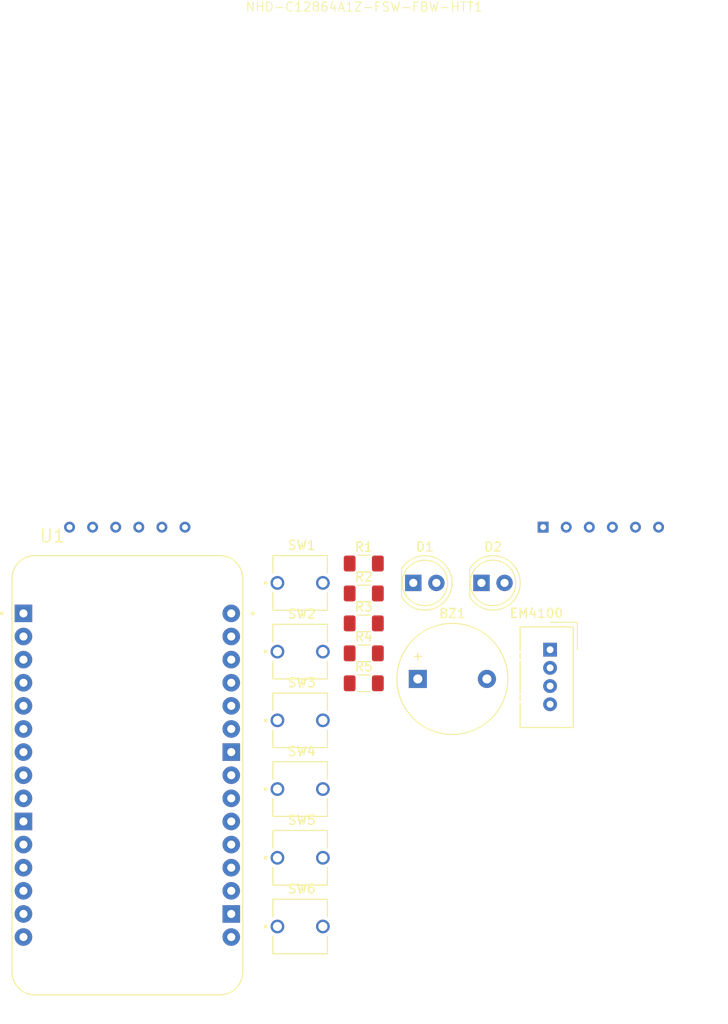
<source format=kicad_pcb>
(kicad_pcb (version 20240108) (generator "pcbnew") (generator_version "8.0")
  (layers (0 "F.Cu" signal) (31 "B.Cu" signal) (34 "B.Paste" user) (35 "F.Paste" user) (36 "B.SilkS" user "B.Silkscreen") (37 "F.SilkS" user "F.Silkscreen") (38 "B.Mask" user) (39 "F.Mask" user) (44 "Edge.Cuts" user))
  (net 0 "")
  (net 1 "GND")
  (net 2 "Net-(BZ1-+)")
  (net 3 "Net-(D1-A)")
  (net 4 "Net-(D2-A)")
  (net 5 "Net-(EM4100-RX)")
  (net 6 "VCC")
  (net 7 "Net-(EM4100-TX)")
  (net 8 "/Analog buttons")
  (net 9 "Net-(R2-Pad2)")
  (net 10 "Net-(R3-Pad2)")
  (net 11 "Net-(R4-Pad2)")
  (net 12 "Net-(R5-Pad2)")
  (net 13 "Net-(U1-RX(DPIO3))")
  (net 14 "Net-(U1-TX(GPIO1))")
  (net 15 "Net-(SW3-Pad1)")
  (net 16 "Net-(NHD-C12864A1Z-FSW-FBW-HTT1-A0)")
  (net 18 "Net-(NHD-C12864A1Z-FSW-FBW-HTT1-LED+)")
  (net 19 "Net-(NHD-C12864A1Z-FSW-FBW-HTT1-SCL)")
  (net 20 "Net-(NHD-C12864A1Z-FSW-FBW-HTT1-~{CS})")
  (net 22 "Net-(NHD-C12864A1Z-FSW-FBW-HTT1-~{RESET})")
  (net 24 "Net-(NHD-C12864A1Z-FSW-FBW-HTT1-SI)")
  (footprint "Custom:SW_BUTT-2" (layer "F.Cu") (at 131.505 94.165)
    (property "Reference" "SW1" (at 0.175 -4.135 0) (layer "F.SilkS"))
    (property "Value" "SW_Push")
    (fp_line (start -3 -3) (end 3 -3) (stroke (width 0.127)) (layer "F.SilkS"))
    (fp_line (start -3 -1.075) (end -3 -3) (stroke (width 0.127)) (layer "F.SilkS"))
    (fp_line (start -3 3) (end -3 1.075) (stroke (width 0.127)) (layer "F.SilkS"))
    (fp_line (start 3 -3) (end 3 -1.075) (stroke (width 0.127)) (layer "F.SilkS"))
    (fp_line (start 3 1.075) (end 3 3) (stroke (width 0.127)) (layer "F.SilkS"))
    (fp_line (start 3 3) (end -3 3) (stroke (width 0.127)) (layer "F.SilkS"))
    (fp_circle (center -3.8 0) (end -3.7 0) (stroke (width 0.2)) (fill none) (layer "F.SilkS"))
    (pad "1" thru_hole circle (at -2.5 0) (size 1.508 1.508) (drill 1) (layers "*.Cu" "*.Mask") (net 13 "Net-(U1-RX(DPIO3))"))
    (pad "2" thru_hole circle (at 2.5 0) (size 1.508 1.508) (drill 1) (layers "*.Cu" "*.Mask") (net 1 "GND"))
  )
  (footprint "Custom:NodeMCU" (layer "F.Cu") (at 112.495 115.295)
    (property "Reference" "U1" (at -8.255 -26.289 0) (layer "F.SilkS") (effects (font (size 1.4 1.4))))
    (property "Value" "NodeMCU_1.0_(ESP-12E)")
    (fp_line (start -12.7 21.59) (end -12.7 -21.59) (stroke (width 0.127)) (layer "F.SilkS"))
    (fp_line (start -10.16 -24.13) (end 10.16 -24.13) (stroke (width 0.127)) (layer "F.SilkS"))
    (fp_line (start 10.16 24.13) (end -10.16 24.13) (stroke (width 0.127)) (layer "F.SilkS"))
    (fp_line (start 12.7 -21.59) (end 12.7 21.59) (stroke (width 0.127)) (layer "F.SilkS"))
    (fp_arc (start -12.7 -21.59) (mid -11.956051 -23.386051) (end -10.16 -24.13) (stroke (width 0.127)) (layer "F.SilkS"))
    (fp_arc (start -10.16 24.13) (mid -11.956051 23.386051) (end -12.7 21.59) (stroke (width 0.127)) (layer "F.SilkS"))
    (fp_arc (start 10.16 -24.13) (mid 11.956051 -23.386051) (end 12.7 -21.59) (stroke (width 0.127)) (layer "F.SilkS"))
    (fp_arc (start 12.7 21.59) (mid 11.956051 23.386051) (end 10.16 24.13) (stroke (width 0.127)) (layer "F.SilkS"))
    (fp_circle (center -13.81 -17.78) (end -13.71 -17.78) (stroke (width 0.2)) (fill none) (layer "F.SilkS"))
    (fp_circle (center 13.81 -17.78) (end 13.91 -17.78) (stroke (width 0.2)) (fill none) (layer "F.SilkS"))
    (pad "" np_thru_hole circle (at -10.16 -21.59) (size 3.2 3.2) (drill 3.2) (layers "*.Cu" "*.Mask"))
    (pad "" np_thru_hole circle (at -10.16 21.59) (size 3.2 3.2) (drill 3.2) (layers "*.Cu" "*.Mask"))
    (pad "" np_thru_hole circle (at 10.16 -21.59) (size 3.2 3.2) (drill 3.2) (layers "*.Cu" "*.Mask"))
    (pad "" np_thru_hole circle (at 10.16 21.59) (size 3.2 3.2) (drill 3.2) (layers "*.Cu" "*.Mask"))
    (pad "1" thru_hole rect (at -11.43 -17.78) (size 1.93 1.93) (drill 0.889) (layers "*.Cu" "*.Mask") (net 8 "/Analog buttons"))
    (pad "2" thru_hole circle (at -11.43 -15.24) (size 1.93 1.93) (drill 0.889) (layers "*.Cu" "*.Mask"))
    (pad "3" thru_hole circle (at -11.43 -12.7) (size 1.93 1.93) (drill 0.889) (layers "*.Cu" "*.Mask"))
    (pad "4" thru_hole circle (at -11.43 -10.16) (size 1.93 1.93) (drill 0.889) (layers "*.Cu" "*.Mask") (net 7 "Net-(EM4100-TX)"))
    (pad "5" thru_hole circle (at -11.43 -7.62) (size 1.93 1.93) (drill 0.889) (layers "*.Cu" "*.Mask") (net 5 "Net-(EM4100-RX)"))
    (pad "6" thru_hole circle (at -11.43 -5.08) (size 1.93 1.93) (drill 0.889) (layers "*.Cu" "*.Mask"))
    (pad "7" thru_hole circle (at -11.43 -2.54) (size 1.93 1.93) (drill 0.889) (layers "*.Cu" "*.Mask"))
    (pad "8" thru_hole circle (at -11.43 0) (size 1.93 1.93) (drill 0.889) (layers "*.Cu" "*.Mask"))
    (pad "9" thru_hole circle (at -11.43 2.54) (size 1.93 1.93) (drill 0.889) (layers "*.Cu" "*.Mask"))
    (pad "10" thru_hole rect (at -11.43 5.08) (size 1.93 1.93) (drill 0.889) (layers "*.Cu" "*.Mask"))
    (pad "11" thru_hole circle (at -11.43 7.62) (size 1.93 1.93) (drill 0.889) (layers "*.Cu" "*.Mask") (net 15 "Net-(SW3-Pad1)"))
    (pad "12" thru_hole circle (at -11.43 10.16) (size 1.93 1.93) (drill 0.889) (layers "*.Cu" "*.Mask"))
    (pad "13" thru_hole circle (at -11.43 12.7) (size 1.93 1.93) (drill 0.889) (layers "*.Cu" "*.Mask"))
    (pad "14" thru_hole circle (at -11.43 15.24) (size 1.93 1.93) (drill 0.889) (layers "*.Cu" "*.Mask") (net 1 "GND"))
    (pad "15" thru_hole circle (at -11.43 17.78) (size 1.93 1.93) (drill 0.889) (layers "*.Cu" "*.Mask") (net 6 "VCC"))
    (pad "16" thru_hole circle (at 11.43 17.78) (size 1.93 1.93) (drill 0.889) (layers "*.Cu" "*.Mask"))
    (pad "17" thru_hole rect (at 11.43 15.24) (size 1.93 1.93) (drill 0.889) (layers "*.Cu" "*.Mask") (net 1 "GND"))
    (pad "18" thru_hole circle (at 11.43 12.7) (size 1.93 1.93) (drill 0.889) (layers "*.Cu" "*.Mask") (net 14 "Net-(U1-TX(GPIO1))"))
    (pad "19" thru_hole circle (at 11.43 10.16) (size 1.93 1.93) (drill 0.889) (layers "*.Cu" "*.Mask") (net 13 "Net-(U1-RX(DPIO3))"))
    (pad "20" thru_hole circle (at 11.43 7.62) (size 1.93 1.93) (drill 0.889) (layers "*.Cu" "*.Mask") (net 20 "Net-(NHD-C12864A1Z-FSW-FBW-HTT1-~{CS})"))
    (pad "21" thru_hole circle (at 11.43 5.08) (size 1.93 1.93) (drill 0.889) (layers "*.Cu" "*.Mask") (net 24 "Net-(NHD-C12864A1Z-FSW-FBW-HTT1-SI)"))
    (pad "22" thru_hole circle (at 11.43 2.54) (size 1.93 1.93) (drill 0.889) (layers "*.Cu" "*.Mask") (net 2 "Net-(BZ1-+)"))
    (pad "23" thru_hole circle (at 11.43 0) (size 1.93 1.93) (drill 0.889) (layers "*.Cu" "*.Mask") (net 19 "Net-(NHD-C12864A1Z-FSW-FBW-HTT1-SCL)"))
    (pad "24" thru_hole rect (at 11.43 -2.54) (size 1.93 1.93) (drill 0.889) (layers "*.Cu" "*.Mask") (net 1 "GND"))
    (pad "25" thru_hole circle (at 11.43 -5.08) (size 1.93 1.93) (drill 0.889) (layers "*.Cu" "*.Mask") (net 18 "Net-(NHD-C12864A1Z-FSW-FBW-HTT1-LED+)"))
    (pad "26" thru_hole circle (at 11.43 -7.62) (size 1.93 1.93) (drill 0.889) (layers "*.Cu" "*.Mask") (net 4 "Net-(D2-A)"))
    (pad "27" thru_hole circle (at 11.43 -10.16) (size 1.93 1.93) (drill 0.889) (layers "*.Cu" "*.Mask") (net 3 "Net-(D1-A)"))
    (pad "28" thru_hole circle (at 11.43 -12.7) (size 1.93 1.93) (drill 0.889) (layers "*.Cu" "*.Mask") (net 22 "Net-(NHD-C12864A1Z-FSW-FBW-HTT1-~{RESET})"))
    (pad "29" thru_hole circle (at 11.43 -15.24) (size 1.93 1.93) (drill 0.889) (layers "*.Cu" "*.Mask") (net 16 "Net-(NHD-C12864A1Z-FSW-FBW-HTT1-A0)"))
    (pad "30" thru_hole circle (at 11.43 -17.78) (size 1.93 1.93) (drill 0.889) (layers "*.Cu" "*.Mask"))
  )
  (footprint "Resistor_SMD:R_1206_3216Metric_Pad1.30x1.75mm_HandSolder" (layer "F.Cu") (at 138.5 98.615)
    (property "Reference" "R3" (at 0 -1.82 0) (layer "F.SilkS"))
    (property "Value" "10k")
    (fp_line (start -0.727064 -0.91) (end 0.727064 -0.91) (stroke (width 0.12)) (layer "F.SilkS"))
    (fp_line (start -0.727064 0.91) (end 0.727064 0.91) (stroke (width 0.12)) (layer "F.SilkS"))
    (pad "1" smd roundrect (at -1.55 0) (size 1.3 1.75) (layers "F.Cu" "F.Paste" "F.Mask") (roundrect_rratio 0.192308) (net 8 "/Analog buttons"))
    (pad "2" smd roundrect (at 1.55 0) (size 1.3 1.75) (layers "F.Cu" "F.Paste" "F.Mask") (roundrect_rratio 0.192308) (net 10 "Net-(R3-Pad2)"))
  )
  (footprint "Resistor_SMD:R_1206_3216Metric_Pad1.30x1.75mm_HandSolder" (layer "F.Cu") (at 138.5 95.325)
    (property "Reference" "R2" (at 0 -1.82 0) (layer "F.SilkS"))
    (property "Value" "2,2k")
    (fp_line (start -0.727064 -0.91) (end 0.727064 -0.91) (stroke (width 0.12)) (layer "F.SilkS"))
    (fp_line (start -0.727064 0.91) (end 0.727064 0.91) (stroke (width 0.12)) (layer "F.SilkS"))
    (pad "1" smd roundrect (at -1.55 0) (size 1.3 1.75) (layers "F.Cu" "F.Paste" "F.Mask") (roundrect_rratio 0.192308) (net 8 "/Analog buttons"))
    (pad "2" smd roundrect (at 1.55 0) (size 1.3 1.75) (layers "F.Cu" "F.Paste" "F.Mask") (roundrect_rratio 0.192308) (net 9 "Net-(R2-Pad2)"))
  )
  (footprint "Custom:SW_BUTT-2" (layer "F.Cu") (at 131.505 124.365)
    (property "Reference" "SW5" (at 0.175 -4.135 0) (layer "F.SilkS"))
    (property "Value" "SW_Push")
    (fp_line (start -3 -3) (end 3 -3) (stroke (width 0.127)) (layer "F.SilkS"))
    (fp_line (start -3 -1.075) (end -3 -3) (stroke (width 0.127)) (layer "F.SilkS"))
    (fp_line (start -3 3) (end -3 1.075) (stroke (width 0.127)) (layer "F.SilkS"))
    (fp_line (start 3 -3) (end 3 -1.075) (stroke (width 0.127)) (layer "F.SilkS"))
    (fp_line (start 3 1.075) (end 3 3) (stroke (width 0.127)) (layer "F.SilkS"))
    (fp_line (start 3 3) (end -3 3) (stroke (width 0.127)) (layer "F.SilkS"))
    (fp_circle (center -3.8 0) (end -3.7 0) (stroke (width 0.2)) (fill none) (layer "F.SilkS"))
    (pad "1" thru_hole circle (at -2.5 0) (size 1.508 1.508) (drill 1) (layers "*.Cu" "*.Mask") (net 15 "Net-(SW3-Pad1)"))
    (pad "2" thru_hole circle (at 2.5 0) (size 1.508 1.508) (drill 1) (layers "*.Cu" "*.Mask") (net 11 "Net-(R4-Pad2)"))
  )
  (footprint "Custom:SW_BUTT-2" (layer "F.Cu") (at 131.505 101.715)
    (property "Reference" "SW2" (at 0.175 -4.135 0) (layer "F.SilkS"))
    (property "Value" "SW_Push")
    (fp_line (start -3 -3) (end 3 -3) (stroke (width 0.127)) (layer "F.SilkS"))
    (fp_line (start -3 -1.075) (end -3 -3) (stroke (width 0.127)) (layer "F.SilkS"))
    (fp_line (start -3 3) (end -3 1.075) (stroke (width 0.127)) (layer "F.SilkS"))
    (fp_line (start 3 -3) (end 3 -1.075) (stroke (width 0.127)) (layer "F.SilkS"))
    (fp_line (start 3 1.075) (end 3 3) (stroke (width 0.127)) (layer "F.SilkS"))
    (fp_line (start 3 3) (end -3 3) (stroke (width 0.127)) (layer "F.SilkS"))
    (fp_circle (center -3.8 0) (end -3.7 0) (stroke (width 0.2)) (fill none) (layer "F.SilkS"))
    (pad "1" thru_hole circle (at -2.5 0) (size 1.508 1.508) (drill 1) (layers "*.Cu" "*.Mask") (net 14 "Net-(U1-TX(GPIO1))"))
    (pad "2" thru_hole circle (at 2.5 0) (size 1.508 1.508) (drill 1) (layers "*.Cu" "*.Mask") (net 1 "GND"))
  )
  (footprint "Custom:SW_BUTT-2" (layer "F.Cu") (at 131.505 131.915)
    (property "Reference" "SW6" (at 0.175 -4.135 0) (layer "F.SilkS"))
    (property "Value" "SW_Push")
    (fp_line (start -3 -3) (end 3 -3) (stroke (width 0.127)) (layer "F.SilkS"))
    (fp_line (start -3 -1.075) (end -3 -3) (stroke (width 0.127)) (layer "F.SilkS"))
    (fp_line (start -3 3) (end -3 1.075) (stroke (width 0.127)) (layer "F.SilkS"))
    (fp_line (start 3 -3) (end 3 -1.075) (stroke (width 0.127)) (layer "F.SilkS"))
    (fp_line (start 3 1.075) (end 3 3) (stroke (width 0.127)) (layer "F.SilkS"))
    (fp_line (start 3 3) (end -3 3) (stroke (width 0.127)) (layer "F.SilkS"))
    (fp_circle (center -3.8 0) (end -3.7 0) (stroke (width 0.2)) (fill none) (layer "F.SilkS"))
    (pad "1" thru_hole circle (at -2.5 0) (size 1.508 1.508) (drill 1) (layers "*.Cu" "*.Mask") (net 15 "Net-(SW3-Pad1)"))
    (pad "2" thru_hole circle (at 2.5 0) (size 1.508 1.508) (drill 1) (layers "*.Cu" "*.Mask") (net 12 "Net-(R5-Pad2)"))
  )
  (footprint "Custom:SW_BUTT-2" (layer "F.Cu") (at 131.505 109.265)
    (property "Reference" "SW3" (at 0.175 -4.135 0) (layer "F.SilkS"))
    (property "Value" "SW_Push")
    (fp_line (start -3 -3) (end 3 -3) (stroke (width 0.127)) (layer "F.SilkS"))
    (fp_line (start -3 -1.075) (end -3 -3) (stroke (width 0.127)) (layer "F.SilkS"))
    (fp_line (start -3 3) (end -3 1.075) (stroke (width 0.127)) (layer "F.SilkS"))
    (fp_line (start 3 -3) (end 3 -1.075) (stroke (width 0.127)) (layer "F.SilkS"))
    (fp_line (start 3 1.075) (end 3 3) (stroke (width 0.127)) (layer "F.SilkS"))
    (fp_line (start 3 3) (end -3 3) (stroke (width 0.127)) (layer "F.SilkS"))
    (fp_circle (center -3.8 0) (end -3.7 0) (stroke (width 0.2)) (fill none) (layer "F.SilkS"))
    (pad "1" thru_hole circle (at -2.5 0) (size 1.508 1.508) (drill 1) (layers "*.Cu" "*.Mask") (net 15 "Net-(SW3-Pad1)"))
    (pad "2" thru_hole circle (at 2.5 0) (size 1.508 1.508) (drill 1) (layers "*.Cu" "*.Mask") (net 9 "Net-(R2-Pad2)"))
  )
  (footprint "Buzzer_Beeper:Buzzer_12x9.5RM7.6" (layer "F.Cu") (at 144.45 104.715)
    (property "Reference" "BZ1" (at 3.8 -7.2 0) (layer "F.SilkS"))
    (property "Value" "Buzzer")
    (fp_circle (center 3.8 0) (end 9.9 0) (stroke (width 0.12)) (fill none) (layer "F.SilkS"))
    (fp_text user "+" (at -0.01 -2.54 0) (layer "F.SilkS"))
    (pad "1" thru_hole rect (at 0 0) (size 2 2) (drill 1) (layers "*.Cu" "*.Mask") (net 2 "Net-(BZ1-+)"))
    (pad "2" thru_hole circle (at 7.6 0) (size 2 2) (drill 1) (layers "*.Cu" "*.Mask") (net 1 "GND"))
  )
  (footprint "Resistor_SMD:R_1206_3216Metric_Pad1.30x1.75mm_HandSolder" (layer "F.Cu") (at 138.5 92.035)
    (property "Reference" "R1" (at 0 -1.82 0) (layer "F.SilkS"))
    (property "Value" "550")
    (fp_line (start -0.727064 -0.91) (end 0.727064 -0.91) (stroke (width 0.12)) (layer "F.SilkS"))
    (fp_line (start -0.727064 0.91) (end 0.727064 0.91) (stroke (width 0.12)) (layer "F.SilkS"))
    (pad "1" smd roundrect (at -1.55 0) (size 1.3 1.75) (layers "F.Cu" "F.Paste" "F.Mask") (roundrect_rratio 0.192308) (net 1 "GND"))
    (pad "2" smd roundrect (at 1.55 0) (size 1.3 1.75) (layers "F.Cu" "F.Paste" "F.Mask") (roundrect_rratio 0.192308) (net 8 "/Analog buttons"))
  )
  (footprint "Custom:NHD" (layer "F.Cu") (at 138.535 59.84)
    (property "Reference" "NHD-C12864A1Z-FSW-FBW-HTT1" (at 0 -28.956 0) (layer "F.SilkS") (effects (font (thickness 0.1))))
    (property "Value" "~")
    (pad "1" thru_hole circle (at -32.4 28.2) (size 1.2 1.2) (drill 0.65) (layers "*.Cu" "*.Mask") (net 19 "Net-(NHD-C12864A1Z-FSW-FBW-HTT1-SCL)"))
    (pad "2" thru_hole circle (at -29.86 28.2) (size 1.2 1.2) (drill 0.65) (layers "*.Cu" "*.Mask") (net 24 "Net-(NHD-C12864A1Z-FSW-FBW-HTT1-SI)"))
    (pad "3" thru_hole circle (at -27.32 28.2) (size 1.2 1.2) (drill 0.65) (layers "*.Cu" "*.Mask") (net 18 "Net-(NHD-C12864A1Z-FSW-FBW-HTT1-LED+)"))
    (pad "4" thru_hole circle (at -24.78 28.2) (size 1.2 1.2) (drill 0.65) (layers "*.Cu" "*.Mask") (net 16 "Net-(NHD-C12864A1Z-FSW-FBW-HTT1-A0)"))
    (pad "5" thru_hole circle (at -22.24 28.2) (size 1.2 1.2) (drill 0.65) (layers "*.Cu" "*.Mask") (net 22 "Net-(NHD-C12864A1Z-FSW-FBW-HTT1-~{RESET})"))
    (pad "6" thru_hole circle (at -19.7 28.2) (size 1.2 1.2) (drill 0.65) (layers "*.Cu" "*.Mask") (net 20 "Net-(NHD-C12864A1Z-FSW-FBW-HTT1-~{CS})"))
    (pad "7" thru_hole rect (at 19.7 28.2) (size 1.2 1.2) (drill 0.65) (layers "*.Cu" "*.Mask") (net 1 "GND"))
    (pad "8" thru_hole circle (at 22.24 28.2) (size 1.2 1.2) (drill 0.65) (layers "*.Cu" "*.Mask"))
    (pad "9" thru_hole circle (at 24.78 28.2) (size 1.2 1.2) (drill 0.65) (layers "*.Cu" "*.Mask"))
    (pad "10" thru_hole circle (at 27.32 28.2) (size 1.2 1.2) (drill 0.65) (layers "*.Cu" "*.Mask") (net 1 "GND"))
    (pad "11" thru_hole circle (at 29.86 28.2) (size 1.2 1.2) (drill 0.65) (layers "*.Cu" "*.Mask") (net 18 "Net-(NHD-C12864A1Z-FSW-FBW-HTT1-LED+)"))
    (pad "12" thru_hole circle (at 32.4 28.2) (size 1.2 1.2) (drill 0.65) (layers "*.Cu" "*.Mask"))
  )
  (footprint "Resistor_SMD:R_1206_3216Metric_Pad1.30x1.75mm_HandSolder" (layer "F.Cu") (at 138.5 101.905)
    (property "Reference" "R4" (at 0 -1.82 0) (layer "F.SilkS"))
    (property "Value" "4,7k")
    (fp_line (start -0.727064 -0.91) (end 0.727064 -0.91) (stroke (width 0.12)) (layer "F.SilkS"))
    (fp_line (start -0.727064 0.91) (end 0.727064 0.91) (stroke (width 0.12)) (layer "F.SilkS"))
    (pad "1" smd roundrect (at -1.55 0) (size 1.3 1.75) (layers "F.Cu" "F.Paste" "F.Mask") (roundrect_rratio 0.192308) (net 8 "/Analog buttons"))
    (pad "2" smd roundrect (at 1.55 0) (size 1.3 1.75) (layers "F.Cu" "F.Paste" "F.Mask") (roundrect_rratio 0.192308) (net 11 "Net-(R4-Pad2)"))
  )
  (footprint "Resistor_SMD:R_1206_3216Metric_Pad1.30x1.75mm_HandSolder" (layer "F.Cu") (at 138.5 105.195)
    (property "Reference" "R5" (at 0 -1.82 0) (layer "F.SilkS"))
    (property "Value" "100")
    (fp_line (start -0.727064 -0.91) (end 0.727064 -0.91) (stroke (width 0.12)) (layer "F.SilkS"))
    (fp_line (start -0.727064 0.91) (end 0.727064 0.91) (stroke (width 0.12)) (layer "F.SilkS"))
    (pad "1" smd roundrect (at -1.55 0) (size 1.3 1.75) (layers "F.Cu" "F.Paste" "F.Mask") (roundrect_rratio 0.192308) (net 8 "/Analog buttons"))
    (pad "2" smd roundrect (at 1.55 0) (size 1.3 1.75) (layers "F.Cu" "F.Paste" "F.Mask") (roundrect_rratio 0.192308) (net 12 "Net-(R5-Pad2)"))
  )
  (footprint "LED_THT:LED_D5.0mm" (layer "F.Cu") (at 143.95 94.165)
    (property "Reference" "D1" (at 1.27 -3.96 0) (layer "F.SilkS"))
    (property "Value" "RED")
    (fp_line (start -1.29 -1.545) (end -1.29 1.545) (stroke (width 0.12)) (layer "F.SilkS"))
    (fp_arc (start -1.29 -1.54483) (mid 2.072002 -2.880433) (end 4.26 0.000462) (stroke (width 0.12)) (layer "F.SilkS"))
    (fp_arc (start 4.26 -0.000462) (mid 2.072002 2.880433) (end -1.29 1.54483) (stroke (width 0.12)) (layer "F.SilkS"))
    (fp_circle (center 1.27 0) (end 3.77 0) (stroke (width 0.12)) (fill none) (layer "F.SilkS"))
    (pad "1" thru_hole rect (at 0 0) (size 1.8 1.8) (drill 0.9) (layers "*.Cu" "*.Mask") (net 1 "GND"))
    (pad "2" thru_hole circle (at 2.54 0) (size 1.8 1.8) (drill 0.9) (layers "*.Cu" "*.Mask") (net 3 "Net-(D1-A)"))
  )
  (footprint "Connector:NS-Tech_Grove_1x04_P2mm_Vertical" (layer "F.Cu") (at 159 101.5)
    (property "Reference" "EM4100" (at -1.5 -4 0) (layer "F.SilkS"))
    (property "Value" "~")
    (fp_line (start -3.3 -2.5) (end -3.3 0.15) (stroke (width 0.12)) (layer "F.SilkS"))
    (fp_line (start -3.3 -2.5) (end 2.55 -2.5) (stroke (width 0.12)) (layer "F.SilkS"))
    (fp_line (start -3.3 0.4) (end -3.3 1) (stroke (width 0.12)) (layer "F.SilkS"))
    (fp_line (start -3.3 1.25) (end -3.3 4.75) (stroke (width 0.12)) (layer "F.SilkS"))
    (fp_line (start -3.3 5) (end -3.3 5.6) (stroke (width 0.12)) (layer "F.SilkS"))
    (fp_line (start -3.3 5.9) (end -3.3 8.55) (stroke (width 0.12)) (layer "F.SilkS"))
    (fp_line (start -3.3 8.55) (end 2.55 8.55) (stroke (width 0.12)) (layer "F.SilkS"))
    (fp_line (start 0 -3) (end 3 -3) (stroke (width 0.12)) (layer "F.SilkS"))
    (fp_line (start 2.55 -2.5) (end 2.55 8.55) (stroke (width 0.12)) (layer "F.SilkS"))
    (fp_line (start 3 -3) (end 3 0) (stroke (width 0.12)) (layer "F.SilkS"))
    (pad "1" thru_hole rect (at 0 0) (size 1.524 1.524) (drill 0.762) (layers "*.Cu" "*.Mask") (net 7 "Net-(EM4100-TX)"))
    (pad "2" thru_hole circle (at 0 2) (size 1.524 1.524) (drill 0.762) (layers "*.Cu" "*.Mask") (net 5 "Net-(EM4100-RX)"))
    (pad "3" thru_hole circle (at 0 4) (size 1.524 1.524) (drill 0.762) (layers "*.Cu" "*.Mask") (net 6 "VCC"))
    (pad "4" thru_hole circle (at 0 6) (size 1.524 1.524) (drill 0.762) (layers "*.Cu" "*.Mask") (net 1 "GND"))
  )
  (footprint "Custom:SW_BUTT-2" (layer "F.Cu") (at 131.505 116.815)
    (property "Reference" "SW4" (at 0.175 -4.135 0) (layer "F.SilkS"))
    (property "Value" "SW_Push")
    (fp_line (start -3 -3) (end 3 -3) (stroke (width 0.127)) (layer "F.SilkS"))
    (fp_line (start -3 -1.075) (end -3 -3) (stroke (width 0.127)) (layer "F.SilkS"))
    (fp_line (start -3 3) (end -3 1.075) (stroke (width 0.127)) (layer "F.SilkS"))
    (fp_line (start 3 -3) (end 3 -1.075) (stroke (width 0.127)) (layer "F.SilkS"))
    (fp_line (start 3 1.075) (end 3 3) (stroke (width 0.127)) (layer "F.SilkS"))
    (fp_line (start 3 3) (end -3 3) (stroke (width 0.127)) (layer "F.SilkS"))
    (fp_circle (center -3.8 0) (end -3.7 0) (stroke (width 0.2)) (fill none) (layer "F.SilkS"))
    (pad "1" thru_hole circle (at -2.5 0) (size 1.508 1.508) (drill 1) (layers "*.Cu" "*.Mask") (net 15 "Net-(SW3-Pad1)"))
    (pad "2" thru_hole circle (at 2.5 0) (size 1.508 1.508) (drill 1) (layers "*.Cu" "*.Mask") (net 10 "Net-(R3-Pad2)"))
  )
  (footprint "LED_THT:LED_D5.0mm" (layer "F.Cu") (at 151.45 94.165)
    (property "Reference" "D2" (at 1.27 -3.96 0) (layer "F.SilkS"))
    (property "Value" "GREEN")
    (fp_line (start -1.29 -1.545) (end -1.29 1.545) (stroke (width 0.12)) (layer "F.SilkS"))
    (fp_arc (start -1.29 -1.54483) (mid 2.072002 -2.880433) (end 4.26 0.000462) (stroke (width 0.12)) (layer "F.SilkS"))
    (fp_arc (start 4.26 -0.000462) (mid 2.072002 2.880433) (end -1.29 1.54483) (stroke (width 0.12)) (layer "F.SilkS"))
    (fp_circle (center 1.27 0) (end 3.77 0) (stroke (width 0.12)) (fill none) (layer "F.SilkS"))
    (pad "1" thru_hole rect (at 0 0) (size 1.8 1.8) (drill 0.9) (layers "*.Cu" "*.Mask") (net 1 "GND"))
    (pad "2" thru_hole circle (at 2.54 0) (size 1.8 1.8) (drill 0.9) (layers "*.Cu" "*.Mask") (net 4 "Net-(D2-A)"))
  )
)
</source>
